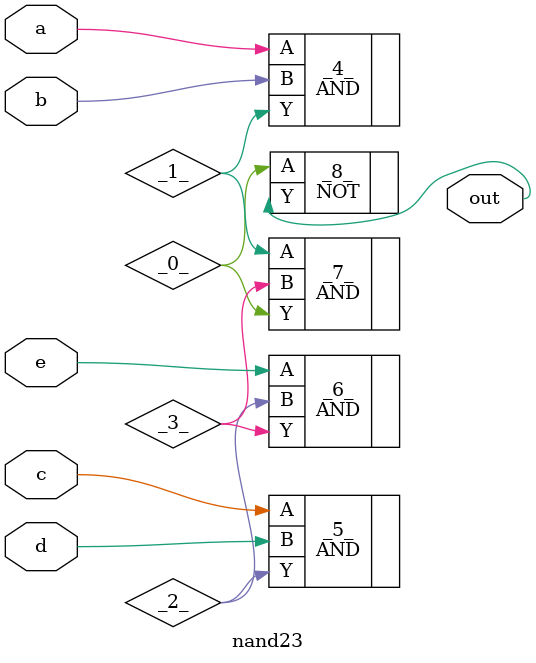
<source format=v>
/* Generated by Yosys 0.41+83 (git sha1 7045cf509, x86_64-w64-mingw32-g++ 13.2.1 -Os) */

/* cells_not_processed =  1  */
/* src = "nand23.v:3.1-14.10" */
module nand23(a, b, c, d, e, out);
  wire _0_;
  wire _1_;
  wire _2_;
  wire _3_;
  /* src = "nand23.v:4.9-4.10" */
  input a;
  wire a;
  /* src = "nand23.v:5.9-5.10" */
  input b;
  wire b;
  /* src = "nand23.v:6.9-6.10" */
  input c;
  wire c;
  /* src = "nand23.v:7.9-7.10" */
  input d;
  wire d;
  /* src = "nand23.v:8.9-8.10" */
  input e;
  wire e;
  /* src = "nand23.v:9.10-9.13" */
  output out;
  wire out;
  AND _4_ (
    .A(a),
    .B(b),
    .Y(_1_)
  );
  AND _5_ (
    .A(c),
    .B(d),
    .Y(_2_)
  );
  AND _6_ (
    .A(e),
    .B(_2_),
    .Y(_3_)
  );
  AND _7_ (
    .A(_1_),
    .B(_3_),
    .Y(_0_)
  );
  NOT _8_ (
    .A(_0_),
    .Y(out)
  );
endmodule

</source>
